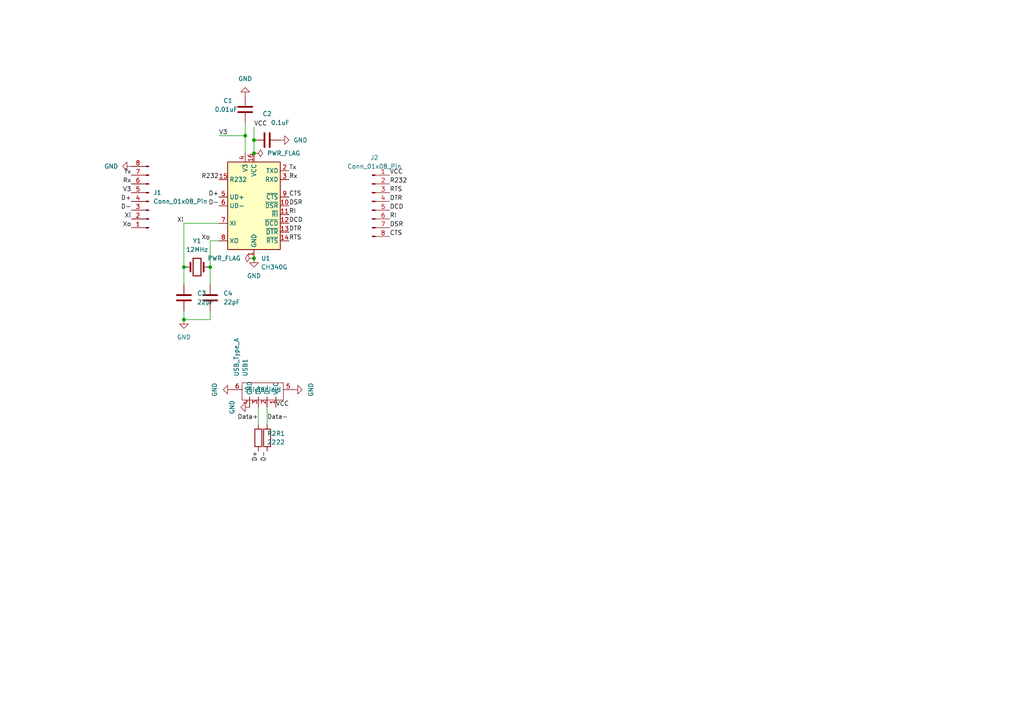
<source format=kicad_sch>
(kicad_sch (version 20230121) (generator eeschema)
  (paper "A4")
  (lib_symbols
    (symbol "Connector:Conn_01x08_Pin" (pin_names (offset 1.016) hide)
      (property "Reference" "J" (at 0 10.16 0))
      (property "Value" "Conn_01x08_Pin" (at 0 -12.7 0))
      (symbol "Conn_01x08_Pin_1_1"
        (polyline (pts (xy 1.27 -10.16) (xy 0.8636 -10.16)) (stroke (width 0.1524)))
        (polyline (pts (xy 1.27 -7.62) (xy 0.8636 -7.62)) (stroke (width 0.1524)))
        (polyline (pts (xy 1.27 -5.08) (xy 0.8636 -5.08)) (stroke (width 0.1524)))
        (polyline (pts (xy 1.27 -2.54) (xy 0.8636 -2.54)) (stroke (width 0.1524)))
        (polyline (pts (xy 1.27 0) (xy 0.8636 0)) (stroke (width 0.1524)))
        (polyline (pts (xy 1.27 2.54) (xy 0.8636 2.54)) (stroke (width 0.1524)))
        (polyline (pts (xy 1.27 5.08) (xy 0.8636 5.08)) (stroke (width 0.1524)))
        (polyline (pts (xy 1.27 7.62) (xy 0.8636 7.62)) (stroke (width 0.1524)))
        (rectangle (start 0.8636 -10.033) (end 0 -10.287) (stroke (width 0.1524)) (fill (type outline)))
        (rectangle (start 0.8636 -7.493) (end 0 -7.747) (stroke (width 0.1524)) (fill (type outline)))
        (rectangle (start 0.8636 -4.953) (end 0 -5.207) (stroke (width 0.1524)) (fill (type outline)))
        (rectangle (start 0.8636 -2.413) (end 0 -2.667) (stroke (width 0.1524)) (fill (type outline)))
        (rectangle (start 0.8636 0.127) (end 0 -0.127) (stroke (width 0.1524)) (fill (type outline)))
        (rectangle (start 0.8636 2.667) (end 0 2.413) (stroke (width 0.1524)) (fill (type outline)))
        (rectangle (start 0.8636 5.207) (end 0 4.953) (stroke (width 0.1524)) (fill (type outline)))
        (rectangle (start 0.8636 7.747) (end 0 7.493) (stroke (width 0.1524)) (fill (type outline)))
        (pin passive line (at 5.08 7.62 180) (length 3.81) (name "Pin_1") (number "1"))
        (pin passive line (at 5.08 5.08 180) (length 3.81) (name "Pin_2") (number "2"))
        (pin passive line (at 5.08 2.54 180) (length 3.81) (name "Pin_3") (number "3"))
        (pin passive line (at 5.08 0 180) (length 3.81) (name "Pin_4") (number "4"))
        (pin passive line (at 5.08 -2.54 180) (length 3.81) (name "Pin_5") (number "5"))
        (pin passive line (at 5.08 -5.08 180) (length 3.81) (name "Pin_6") (number "6"))
        (pin passive line (at 5.08 -7.62 180) (length 3.81) (name "Pin_7") (number "7"))
        (pin passive line (at 5.08 -10.16 180) (length 3.81) (name "Pin_8") (number "8"))
      )
    )
    (symbol "Device:C" (pin_numbers hide) (pin_names (offset 0.254))
      (property "Reference" "C" (at 0.635 2.54 0))
      (property "Value" "C" (at 0.635 -2.54 0))
      (symbol "C_0_1"
        (polyline (pts (xy -2.032 -0.762) (xy 2.032 -0.762)) (stroke (width 0.508)))
        (polyline (pts (xy -2.032 0.762) (xy 2.032 0.762)) (stroke (width 0.508)))
      )
      (symbol "C_1_1"
        (pin passive line (at 0 3.81 270) (length 2.794) (name "~") (number "1"))
        (pin passive line (at 0 -3.81 90) (length 2.794) (name "~") (number "2"))
      )
    )
    (symbol "Device:Crystal" (pin_numbers hide) (pin_names (offset 1.016) hide)
      (property "Reference" "Y" (at 0 3.81 0))
      (property "Value" "Crystal" (at 0 -3.81 0))
      (symbol "Crystal_0_1"
        (rectangle (start -1.143 2.54) (end 1.143 -2.54) (stroke (width 0.3048)))
        (polyline (pts (xy -2.54 0) (xy -1.905 0)))
        (polyline (pts (xy -1.905 -1.27) (xy -1.905 1.27)) (stroke (width 0.508)))
        (polyline (pts (xy 1.905 -1.27) (xy 1.905 1.27)) (stroke (width 0.508)))
        (polyline (pts (xy 2.54 0) (xy 1.905 0)))
      )
      (symbol "Crystal_1_1"
        (pin passive line (at -3.81 0 0) (length 1.27) (name "1") (number "1"))
        (pin passive line (at 3.81 0 180) (length 1.27) (name "2") (number "2"))
      )
    )
    (symbol "Device:R" (pin_numbers hide) (pin_names (offset 0))
      (property "Reference" "R" (at 2.032 0 90))
      (property "Value" "R" (at 0 0 90))
      (symbol "R_0_1"
        (rectangle (start -1.016 -2.54) (end 1.016 2.54) (stroke (width 0.254)))
      )
      (symbol "R_1_1"
        (pin passive line (at 0 3.81 270) (length 1.27) (name "~") (number "1"))
        (pin passive line (at 0 -3.81 90) (length 1.27) (name "~") (number "2"))
      )
    )
    (symbol "Interface_USB:CH340G"
      (property "Reference" "U" (at -5.08 13.97 0))
      (property "Value" "CH340G" (at 1.27 13.97 0))
      (symbol "CH340G_0_1"
        (rectangle (start -7.62 12.7) (end 7.62 -12.7) (stroke (width 0.254)) (fill (type background)))
      )
      (symbol "CH340G_1_1"
        (pin power_in line (at 0 -15.24 90) (length 2.54) (name "GND") (number "1"))
        (pin input line (at 10.16 0 180) (length 2.54) (name "~{DSR}") (number "10"))
        (pin input line (at 10.16 -2.54 180) (length 2.54) (name "~{RI}") (number "11"))
        (pin input line (at 10.16 -5.08 180) (length 2.54) (name "~{DCD}") (number "12"))
        (pin output line (at 10.16 -7.62 180) (length 2.54) (name "~{DTR}") (number "13"))
        (pin output line (at 10.16 -10.16 180) (length 2.54) (name "~{RTS}") (number "14"))
        (pin input line (at -10.16 7.62 0) (length 2.54) (name "R232") (number "15"))
        (pin power_in line (at 0 15.24 270) (length 2.54) (name "VCC") (number "16"))
        (pin output line (at 10.16 10.16 180) (length 2.54) (name "TXD") (number "2"))
        (pin input line (at 10.16 7.62 180) (length 2.54) (name "RXD") (number "3"))
        (pin passive line (at -2.54 15.24 270) (length 2.54) (name "V3") (number "4"))
        (pin bidirectional line (at -10.16 2.54 0) (length 2.54) (name "UD+") (number "5"))
        (pin bidirectional line (at -10.16 0 0) (length 2.54) (name "UD-") (number "6"))
        (pin input line (at -10.16 -5.08 0) (length 2.54) (name "XI") (number "7"))
        (pin output line (at -10.16 -10.16 0) (length 2.54) (name "XO") (number "8"))
        (pin input line (at 10.16 2.54 180) (length 2.54) (name "~{CTS}") (number "9"))
      )
    )
    (symbol "PiE_Symbols:USB_Type_A_903-331A1011D10100"
      (property "Reference" "USB" (at 0 10 0))
      (property "Value" "USB_Type_A_903-331A1011D10100" (at 1 12 0))
      (symbol "USB_Type_A_903-331A1011D10100_0_1"
        (rectangle (start -6 2) (end 6 -3))
      )
      (symbol "USB_Type_A_903-331A1011D10100_1_1"
        (pin passive line (at 3.81 -5.08 90) (length 3) (name "VCC") (number "1"))
        (pin passive line (at 1.27 -5.08 90) (length 3) (name "D-") (number "2"))
        (pin passive line (at -1.27 -5.08 90) (length 3) (name "D+") (number "3"))
        (pin passive line (at -3.81 -5.08 90) (length 3) (name "GND") (number "4"))
        (pin passive line (at 8.89 0 180) (length 3) (name "Shield") (number "5"))
        (pin passive line (at -8.89 0 0) (length 3) (name "Shield") (number "6"))
      )
    )
    (symbol "power:GND" (power) (pin_names (offset 0))
      (property "Value" "GND" (at 0 -3.81 0))
      (symbol "GND_0_1"
        (polyline (pts (xy 0 0) (xy 0 -1.27) (xy 1.27 -1.27) (xy 0 -2.54) (xy -1.27 -1.27) (xy 0 -1.27)))
      )
      (symbol "GND_1_1"
        (pin power_in line (at 0 0 270) (length 0) hide (name "GND") (number "1"))
      )
    )
    (symbol "power:PWR_FLAG" (power) (pin_numbers hide) (pin_names (offset 0) hide)
      (property "Value" "PWR_FLAG" (at 0 3.81 0))
      (symbol "PWR_FLAG_0_0"
        (pin power_out line (at 0 0 90) (length 0) (name "pwr") (number "1"))
      )
      (symbol "PWR_FLAG_0_1"
        (polyline (pts (xy 0 0) (xy 0 1.27) (xy -1.016 1.905) (xy 0 2.54) (xy 1.016 1.905) (xy 0 1.27)))
      )
    )
  )
  (junction (at 53.34 77.47))
  (junction (at 73.66 44.45))
  (junction (at 73.66 74.93))
  (junction (at 53.34 92.71))
  (junction (at 71.12 39.37))
  (junction (at 60.96 77.47))
  (junction (at 73.66 40.64))
  (wire (pts (xy 63.5 64.77) (xy 53.34 64.77)))
  (wire (pts (xy 74.93 123.19) (xy 74.93 118.11)))
  (wire (pts (xy 60.96 77.47) (xy 60.96 82.55)))
  (wire (pts (xy 71.12 39.37) (xy 71.12 44.45)))
  (wire (pts (xy 73.66 40.64) (xy 73.66 44.45)))
  (wire (pts (xy 53.34 77.47) (xy 53.34 82.55)))
  (wire (pts (xy 63.5 69.85) (xy 60.96 69.85)))
  (wire (pts (xy 63.5 39.37) (xy 71.12 39.37)))
  (wire (pts (xy 73.66 36.83) (xy 73.66 40.64)))
  (wire (pts (xy 53.34 64.77) (xy 53.34 77.47)))
  (wire (pts (xy 60.96 69.85) (xy 60.96 77.47)))
  (wire (pts (xy 53.34 90.17) (xy 53.34 92.71)))
  (wire (pts (xy 60.96 92.71) (xy 60.96 90.17)))
  (wire (pts (xy 71.12 35.56) (xy 71.12 39.37)))
  (wire (pts (xy 77.47 123.19) (xy 77.47 118.11)))
  (wire (pts (xy 53.34 92.71) (xy 60.96 92.71)))
  (label "DTR" (at 113.03 58.42 0))
  (label "CTS" (at 83.82 57.15 0))
  (label "Rx" (at 83.82 52.07 0))
  (label "D-" (at 38.1 60.96 180))
  (label "V3" (at 63.5 39.37 0))
  (label "D+" (at 74.93 130.81 270))
  (label "D-" (at 63.5 59.69 180))
  (label "VCC" (at 73.66 36.83 0))
  (label "Xo" (at 60.96 69.85 180))
  (label "DCD" (at 113.03 60.96 0))
  (label "Tx" (at 83.82 49.53 0))
  (label "RTS" (at 113.03 55.88 0))
  (label "Xo" (at 38.1 66.04 180))
  (label "Xi" (at 53.34 64.77 180))
  (label "Data-" (at 77.47 121.92 0))
  (label "DSR" (at 113.03 66.04 0))
  (label "VCC" (at 113.03 50.8 0))
  (label "R232" (at 63.5 52.07 180))
  (label "CTS" (at 113.03 68.58 0))
  (label "Xi" (at 38.1 63.5 180))
  (label "R232" (at 113.03 53.34 0))
  (label "D+" (at 63.5 57.15 180))
  (label "Data+" (at 74.93 121.92 180))
  (label "RI" (at 113.03 63.5 0))
  (label "DTR" (at 83.82 67.31 0))
  (label "DSR" (at 83.82 59.69 0))
  (label "RI" (at 83.82 62.23 0))
  (label "D-" (at 77.47 130.81 270))
  (label "Rx" (at 38.1 53.34 180))
  (label "RTS" (at 83.82 69.85 0))
  (label "DCD" (at 83.82 64.77 0))
  (label "V3" (at 38.1 55.88 180))
  (label "D+" (at 38.1 58.42 180))
  (label "VCC" (at 80.01 118.11 0))
  (label "Tx" (at 38.1 50.8 180))
  (symbol (lib_id "Device:C") (at 71.12 31.75 180) (unit 1)
    (property "Reference" "C1" (at 64.77 29.21 0) (effects (justify right)))
    (property "Value" "0.01uF" (at 62.23 31.75 0) (effects (justify right)))
    (property "Footprint" "Capacitor_SMD:C_0603_1608Metric" (effects hide))
  )
  (symbol (lib_id "Device:R") (at 77.47 127 0) (unit 1)
    (property "Reference" "R1" (at 80.01 125.73 0) (effects (justify left)))
    (property "Value" "22" (at 80.01 128.27 0) (effects (justify left)))
    (property "Footprint" "Resistor_SMD:R_0603_1608Metric" (effects hide))
  )
  (symbol (lib_id "power:PWR_FLAG") (at 73.66 74.93 90) (unit 1)
    (property "Reference" "#FLG0102" (effects hide))
    (property "Value" "PWR_FLAG" (at 69.85 74.9299 90) (effects (justify left)))
  )
  (symbol (lib_id "Device:R") (at 74.93 127 0) (unit 1)
    (property "Reference" "R2" (at 77.47 125.73 0) (effects (justify left)))
    (property "Value" "22" (at 77.47 128.27 0) (effects (justify left)))
    (property "Footprint" "Resistor_SMD:R_0603_1608Metric" (effects hide))
  )
  (symbol (lib_id "power:GND") (at 81.28 40.64 90) (unit 1)
    (property "Reference" "#PWR0103" (effects hide))
    (property "Value" "GND" (at 85.09 40.6399 90) (effects (justify right)))
  )
  (symbol (lib_id "Connector:Conn_01x08_Pin") (at 107.95 58.42 0) (unit 1)
    (property "Reference" "J2" (at 108.585 45.72 0))
    (property "Value" "Conn_01x08_Pin" (at 108.585 48.26 0))
    (property "Footprint" "Connector_PinHeader_2.54mm:PinHeader_1x08_P2.54mm_Vertical" (effects hide))
  )
  (symbol (lib_id "Device:Crystal") (at 57.15 77.47 0) (unit 1)
    (property "Reference" "Y1" (at 57.15 69.85 0))
    (property "Value" "12MHz" (at 57.15 72.39 0))
    (property "Footprint" "PiE_Footprints:JYJE S1C12000VWFAC" (effects hide))
  )
  (symbol (lib_id "Device:C") (at 53.34 86.36 0) (unit 1)
    (property "Reference" "C3" (at 57.15 85.0899 0) (effects (justify left)))
    (property "Value" "22pF" (at 57.15 87.6299 0) (effects (justify left)))
    (property "Footprint" "Capacitor_SMD:C_0603_1608Metric" (effects hide))
  )
  (symbol (lib_id "power:GND") (at 71.12 27.94 180) (unit 1)
    (property "Reference" "#PWR06" (effects hide))
    (property "Value" "GND" (at 71.12 22.86 0))
  )
  (symbol (lib_id "power:GND") (at 38.1 48.26 270) (unit 1)
    (property "Reference" "#PWR05" (effects hide))
    (property "Value" "GND" (at 34.29 48.26 90) (effects (justify right)))
  )
  (symbol (lib_id "power:GND") (at 53.34 92.71 0) (unit 1)
    (property "Reference" "#PWR0102" (effects hide))
    (property "Value" "GND" (at 53.34 97.79 0))
  )
  (symbol (lib_id "power:GND") (at 72.39 118.11 270) (unit 1)
    (property "Reference" "#PWR0108" (effects hide))
    (property "Value" "GND" (at 67.31 118.11 0))
  )
  (symbol (lib_id "Interface_USB:CH340G") (at 73.66 59.69 0) (unit 1)
    (property "Reference" "U1" (at 75.6794 74.93 0) (effects (justify left)))
    (property "Value" "CH340G" (at 75.6794 77.47 0) (effects (justify left)))
    (property "Footprint" "Package_SO:SOIC-16_3.9x9.9mm_P1.27mm" (effects hide))
    (property "Datasheet" "http://www.datasheet5.com/pdf-local-2195953" (effects hide))
  )
  (symbol (lib_id "power:GND") (at 73.66 74.93 0) (unit 1)
    (property "Reference" "#PWR0104" (effects hide))
    (property "Value" "GND" (at 73.66 80.01 0))
  )
  (symbol (lib_id "PiE_Symbols:USB_Type_A_903-331A1011D10100") (at 76.2 113.03 0) (unit 1)
    (property "Reference" "USB1" (at 71.12 109.22 90) (effects (justify left)))
    (property "Value" "USB_Type_A" (at 68.58 109.22 90) (effects (justify left)))
    (property "Footprint" "PiE_Footprints:USB-A_female" (effects hide))
  )
  (symbol (lib_id "power:GND") (at 67.31 113.03 270) (unit 1)
    (property "Reference" "#PWR0107" (effects hide))
    (property "Value" "GND" (at 62.23 113.03 0))
  )
  (symbol (lib_id "power:GND") (at 85.09 113.03 90) (unit 1)
    (property "Reference" "#PWR0106" (effects hide))
    (property "Value" "GND" (at 90.17 113.03 0))
  )
  (symbol (lib_id "Connector:Conn_01x08_Pin") (at 43.18 58.42 180) (unit 1)
    (property "Reference" "J1" (at 44.45 55.88 0) (effects (justify right)))
    (property "Value" "Conn_01x08_Pin" (at 44.45 58.42 0) (effects (justify right)))
    (property "Footprint" "Connector_PinHeader_2.54mm:PinHeader_1x08_P2.54mm_Vertical" (effects hide))
  )
  (symbol (lib_id "Device:C") (at 77.47 40.64 90) (unit 1)
    (property "Reference" "C2" (at 77.47 33.02 90))
    (property "Value" "0.1uF" (at 81.28 35.56 90))
    (property "Footprint" "Capacitor_SMD:C_0603_1608Metric" (effects hide))
  )
  (symbol (lib_id "Device:C") (at 60.96 86.36 0) (unit 1)
    (property "Reference" "C4" (at 64.77 85.0899 0) (effects (justify left)))
    (property "Value" "22pF" (at 64.77 87.6299 0) (effects (justify left)))
    (property "Footprint" "Capacitor_SMD:C_0603_1608Metric" (effects hide))
  )
  (symbol (lib_id "power:PWR_FLAG") (at 73.66 44.45 270) (unit 1)
    (property "Reference" "#FLG0101" (effects hide))
    (property "Value" "PWR_FLAG" (at 77.47 44.4499 90) (effects (justify left)))
  )
)
</source>
